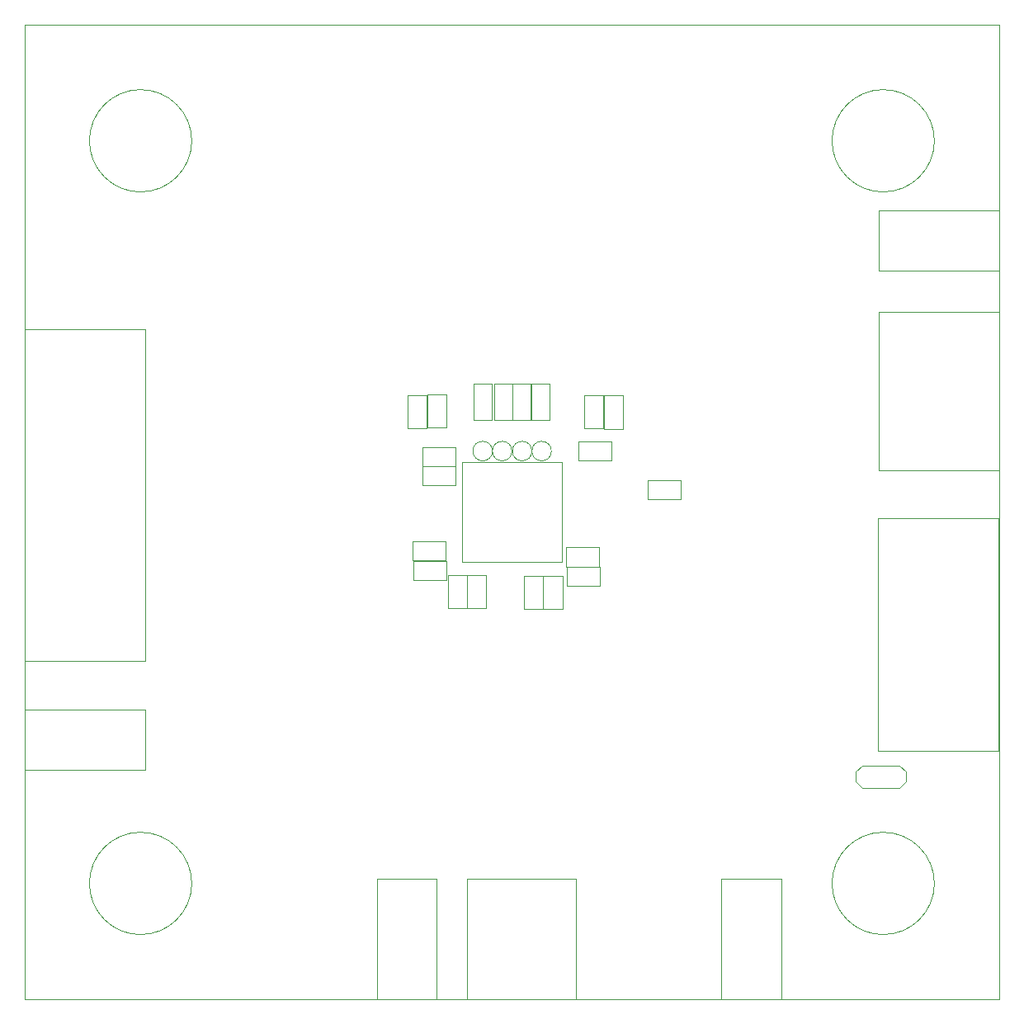
<source format=gbr>
%TF.GenerationSoftware,KiCad,Pcbnew,9.0.0-rc1*%
%TF.CreationDate,2025-01-08T18:27:10+01:00*%
%TF.ProjectId,HBST,48425354-2e6b-4696-9361-645f70636258,rev?*%
%TF.SameCoordinates,Original*%
%TF.FileFunction,Other,User*%
%FSLAX46Y46*%
G04 Gerber Fmt 4.6, Leading zero omitted, Abs format (unit mm)*
G04 Created by KiCad (PCBNEW 9.0.0-rc1) date 2025-01-08 18:27:10*
%MOMM*%
%LPD*%
G01*
G04 APERTURE LIST*
%ADD10C,0.050000*%
G04 APERTURE END LIST*
D10*
X99500000Y-49500000D02*
X199500000Y-49500000D01*
X199500000Y-149500000D01*
X99500000Y-149500000D01*
X99500000Y-49500000D01*
%TO.C,U1*%
X154630000Y-104630000D02*
X154630000Y-94370000D01*
X154630000Y-94370000D02*
X144370000Y-94370000D01*
X144370000Y-104630000D02*
X154630000Y-104630000D01*
X144370000Y-94370000D02*
X144370000Y-104630000D01*
%TO.C,H1*%
X116650000Y-61400000D02*
G75*
G02*
X106150000Y-61400000I-5250000J0D01*
G01*
X106150000Y-61400000D02*
G75*
G02*
X116650000Y-61400000I5250000J0D01*
G01*
%TO.C,H2*%
X116650000Y-137600000D02*
G75*
G02*
X106150000Y-137600000I-5250000J0D01*
G01*
X106150000Y-137600000D02*
G75*
G02*
X116650000Y-137600000I5250000J0D01*
G01*
%TO.C,H3*%
X192850000Y-137600000D02*
G75*
G02*
X182350000Y-137600000I-5250000J0D01*
G01*
X182350000Y-137600000D02*
G75*
G02*
X192850000Y-137600000I5250000J0D01*
G01*
%TO.C,H4*%
X192850000Y-61400000D02*
G75*
G02*
X182350000Y-61400000I-5250000J0D01*
G01*
X182350000Y-61400000D02*
G75*
G02*
X192850000Y-61400000I5250000J0D01*
G01*
%TO.C,C2*%
X143700000Y-96780000D02*
X140300000Y-96780000D01*
X143700000Y-94820000D02*
X143700000Y-96780000D01*
X140300000Y-96780000D02*
X140300000Y-94820000D01*
X140300000Y-94820000D02*
X143700000Y-94820000D01*
%TO.C,J6*%
X141800000Y-149450000D02*
X141800000Y-137100000D01*
X141800000Y-137100000D02*
X135650000Y-137100000D01*
X135650000Y-149450000D02*
X141800000Y-149450000D01*
X135650000Y-137100000D02*
X135650000Y-149450000D01*
%TO.C,TP1*%
X147500000Y-93237500D02*
G75*
G02*
X145500000Y-93237500I-1000000J0D01*
G01*
X145500000Y-93237500D02*
G75*
G02*
X147500000Y-93237500I1000000J0D01*
G01*
%TO.C,C16*%
X160880000Y-90950000D02*
X158920000Y-90950000D01*
X160880000Y-87550000D02*
X160880000Y-90950000D01*
X158920000Y-90950000D02*
X158920000Y-87550000D01*
X158920000Y-87550000D02*
X160880000Y-87550000D01*
%TO.C,C9*%
X159750000Y-94180000D02*
X156350000Y-94180000D01*
X159750000Y-92220000D02*
X159750000Y-94180000D01*
X156350000Y-94180000D02*
X156350000Y-92220000D01*
X156350000Y-92220000D02*
X159750000Y-92220000D01*
%TO.C,C7*%
X154680000Y-109450000D02*
X152720000Y-109450000D01*
X154680000Y-106050000D02*
X154680000Y-109450000D01*
X152720000Y-109450000D02*
X152720000Y-106050000D01*
X152720000Y-106050000D02*
X154680000Y-106050000D01*
%TO.C,TP3*%
X151550000Y-93237500D02*
G75*
G02*
X149550000Y-93237500I-1000000J0D01*
G01*
X149550000Y-93237500D02*
G75*
G02*
X151550000Y-93237500I1000000J0D01*
G01*
%TO.C,J3*%
X156100000Y-149475000D02*
X156100000Y-137125000D01*
X156100000Y-137125000D02*
X144900000Y-137125000D01*
X144900000Y-149475000D02*
X156100000Y-149475000D01*
X144900000Y-137125000D02*
X144900000Y-149475000D01*
%TO.C,J1*%
X199475000Y-95250000D02*
X199475000Y-78950000D01*
X199475000Y-78950000D02*
X187125000Y-78950000D01*
X187125000Y-95250000D02*
X199475000Y-95250000D01*
X187125000Y-78950000D02*
X187125000Y-95250000D01*
%TO.C,C15*%
X158900000Y-90900000D02*
X156940000Y-90900000D01*
X158900000Y-87500000D02*
X158900000Y-90900000D01*
X156940000Y-90900000D02*
X156940000Y-87500000D01*
X156940000Y-87500000D02*
X158900000Y-87500000D01*
%TO.C,TP2*%
X149500000Y-93237500D02*
G75*
G02*
X147500000Y-93237500I-1000000J0D01*
G01*
X147500000Y-93237500D02*
G75*
G02*
X149500000Y-93237500I1000000J0D01*
G01*
%TO.C,C13*%
X140780000Y-90900000D02*
X138820000Y-90900000D01*
X140780000Y-87500000D02*
X140780000Y-90900000D01*
X138820000Y-90900000D02*
X138820000Y-87500000D01*
X138820000Y-87500000D02*
X140780000Y-87500000D01*
%TO.C,C3*%
X142700000Y-104480000D02*
X139300000Y-104480000D01*
X142700000Y-102520000D02*
X142700000Y-104480000D01*
X139300000Y-104480000D02*
X139300000Y-102520000D01*
X139300000Y-102520000D02*
X142700000Y-102520000D01*
%TO.C,J7*%
X199475000Y-74710000D02*
X199475000Y-68560000D01*
X199475000Y-68560000D02*
X187125000Y-68560000D01*
X187125000Y-74710000D02*
X199475000Y-74710000D01*
X187125000Y-68560000D02*
X187125000Y-74710000D01*
%TO.C,J2*%
X111900000Y-125940000D02*
X111900000Y-119790000D01*
X111900000Y-119790000D02*
X99550000Y-119790000D01*
X99550000Y-125940000D02*
X111900000Y-125940000D01*
X99550000Y-119790000D02*
X99550000Y-125940000D01*
%TO.C,R1*%
X145550000Y-86362500D02*
X147450000Y-86362500D01*
X145550000Y-90062500D02*
X145550000Y-86362500D01*
X147450000Y-86362500D02*
X147450000Y-90062500D01*
X147450000Y-90062500D02*
X145550000Y-90062500D01*
%TO.C,J8*%
X177140000Y-149450000D02*
X177140000Y-137100000D01*
X177140000Y-137100000D02*
X170990000Y-137100000D01*
X170990000Y-149450000D02*
X177140000Y-149450000D01*
X170990000Y-137100000D02*
X170990000Y-149450000D01*
%TO.C,C12*%
X158450000Y-105080000D02*
X155050000Y-105080000D01*
X158450000Y-103120000D02*
X158450000Y-105080000D01*
X155050000Y-105080000D02*
X155050000Y-103120000D01*
X155050000Y-103120000D02*
X158450000Y-103120000D01*
%TO.C,C8*%
X152680000Y-109450000D02*
X150720000Y-109450000D01*
X152680000Y-106050000D02*
X152680000Y-109450000D01*
X150720000Y-109450000D02*
X150720000Y-106050000D01*
X150720000Y-106050000D02*
X152680000Y-106050000D01*
%TO.C,J5*%
X199450000Y-124000000D02*
X199450000Y-100100000D01*
X199450000Y-100100000D02*
X187100000Y-100100000D01*
X187100000Y-124000000D02*
X199450000Y-124000000D01*
X187100000Y-100100000D02*
X187100000Y-124000000D01*
%TO.C,C11*%
X158500000Y-107080000D02*
X155100000Y-107080000D01*
X158500000Y-105120000D02*
X158500000Y-107080000D01*
X155100000Y-107080000D02*
X155100000Y-105120000D01*
X155100000Y-105120000D02*
X158500000Y-105120000D01*
%TO.C,R2*%
X149550000Y-90037500D02*
X147650000Y-90037500D01*
X149550000Y-86337500D02*
X149550000Y-90037500D01*
X147650000Y-90037500D02*
X147650000Y-86337500D01*
X147650000Y-86337500D02*
X149550000Y-86337500D01*
%TO.C,R4*%
X151500000Y-86337500D02*
X153400000Y-86337500D01*
X151500000Y-90037500D02*
X151500000Y-86337500D01*
X153400000Y-86337500D02*
X153400000Y-90037500D01*
X153400000Y-90037500D02*
X151500000Y-90037500D01*
%TO.C,C14*%
X142780000Y-90850000D02*
X140820000Y-90850000D01*
X142780000Y-87450000D02*
X142780000Y-90850000D01*
X140820000Y-90850000D02*
X140820000Y-87450000D01*
X140820000Y-87450000D02*
X142780000Y-87450000D01*
%TO.C,C4*%
X142750000Y-106480000D02*
X139350000Y-106480000D01*
X142750000Y-104520000D02*
X142750000Y-106480000D01*
X139350000Y-106480000D02*
X139350000Y-104520000D01*
X139350000Y-104520000D02*
X142750000Y-104520000D01*
%TO.C,C10*%
X166850000Y-98180000D02*
X163450000Y-98180000D01*
X166850000Y-96220000D02*
X166850000Y-98180000D01*
X163450000Y-98180000D02*
X163450000Y-96220000D01*
X163450000Y-96220000D02*
X166850000Y-96220000D01*
%TO.C,C1*%
X143700000Y-94780000D02*
X140300000Y-94780000D01*
X143700000Y-92820000D02*
X143700000Y-94780000D01*
X140300000Y-94780000D02*
X140300000Y-92820000D01*
X140300000Y-92820000D02*
X143700000Y-92820000D01*
%TO.C,R3*%
X149550000Y-86337500D02*
X151450000Y-86337500D01*
X149550000Y-90037500D02*
X149550000Y-86337500D01*
X151450000Y-86337500D02*
X151450000Y-90037500D01*
X151450000Y-90037500D02*
X149550000Y-90037500D01*
%TO.C,TP4*%
X153550000Y-93237500D02*
G75*
G02*
X151550000Y-93237500I-1000000J0D01*
G01*
X151550000Y-93237500D02*
G75*
G02*
X153550000Y-93237500I1000000J0D01*
G01*
%TO.C,C6*%
X146880000Y-109350000D02*
X144920000Y-109350000D01*
X146880000Y-105950000D02*
X146880000Y-109350000D01*
X144920000Y-109350000D02*
X144920000Y-105950000D01*
X144920000Y-105950000D02*
X146880000Y-105950000D01*
%TO.C,C5*%
X144880000Y-109350000D02*
X142920000Y-109350000D01*
X144880000Y-105950000D02*
X144880000Y-109350000D01*
X142920000Y-109350000D02*
X142920000Y-105950000D01*
X142920000Y-105950000D02*
X144880000Y-105950000D01*
%TO.C,JP2*%
X189900000Y-127150000D02*
X189900000Y-126150000D01*
X189900000Y-126150000D02*
X189250000Y-125500000D01*
X189250000Y-127800000D02*
X189900000Y-127150000D01*
X189250000Y-125500000D02*
X185450000Y-125500000D01*
X185450000Y-127800000D02*
X189250000Y-127800000D01*
X185450000Y-125500000D02*
X184800000Y-126150000D01*
X184800000Y-127150000D02*
X185450000Y-127800000D01*
X184800000Y-126150000D02*
X184800000Y-127150000D01*
%TO.C,J4*%
X111900000Y-114780000D02*
X111900000Y-80730000D01*
X111900000Y-80730000D02*
X99550000Y-80730000D01*
X99550000Y-114780000D02*
X111900000Y-114780000D01*
X99550000Y-80730000D02*
X99550000Y-114780000D01*
%TD*%
M02*

</source>
